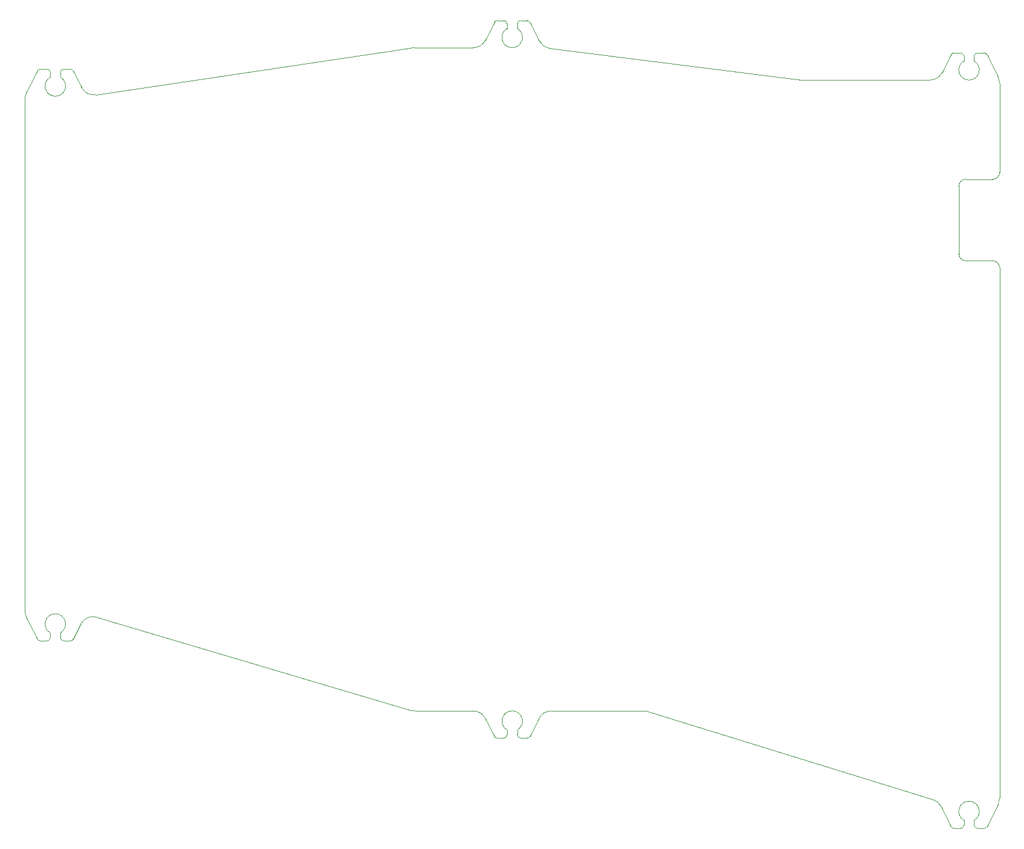
<source format=gbr>
%TF.GenerationSoftware,KiCad,Pcbnew,7.0.10*%
%TF.CreationDate,2024-04-22T22:33:16+02:00*%
%TF.ProjectId,pcb-left,7063622d-6c65-4667-942e-6b696361645f,rev?*%
%TF.SameCoordinates,Original*%
%TF.FileFunction,Profile,NP*%
%FSLAX46Y46*%
G04 Gerber Fmt 4.6, Leading zero omitted, Abs format (unit mm)*
G04 Created by KiCad (PCBNEW 7.0.10) date 2024-04-22 22:33:16*
%MOMM*%
%LPD*%
G01*
G04 APERTURE LIST*
%TA.AperFunction,Profile*%
%ADD10C,0.100000*%
%TD*%
G04 APERTURE END LIST*
D10*
X112161418Y-26452816D02*
G75*
G03*
X113701875Y-27542909I1788782J894316D01*
G01*
X172701803Y-142063607D02*
X171222035Y-139104069D01*
X173149017Y-142340000D02*
X174090000Y-142340000D01*
X41690000Y-113555000D02*
G75*
G03*
X40190000Y-113555000I-750000J1305000D01*
G01*
X176090000Y-28680000D02*
X176090000Y-29375000D01*
X113876068Y-125040000D02*
X127512929Y-125040000D01*
X43130983Y-30560000D02*
X42190000Y-30560000D01*
X43578197Y-114473607D02*
X44689738Y-112250524D01*
X47048167Y-111227769D02*
X93261234Y-124957181D01*
X128103599Y-125129205D02*
G75*
G03*
X127512929Y-125040000I-590599J-1910495D01*
G01*
X178840000Y-58780000D02*
X174840000Y-58780000D01*
X41690000Y-31060000D02*
X41690000Y-31755000D01*
X108890000Y-23910000D02*
X108890000Y-24605000D01*
X38301790Y-114473614D02*
G75*
G03*
X38749017Y-114750000I447210J223614D01*
G01*
X110330983Y-129040000D02*
X109390000Y-129040000D01*
X104192791Y-126145570D02*
G75*
G03*
X102403932Y-125040000I-1788791J-894330D01*
G01*
X41690000Y-114250000D02*
X41690000Y-113555000D01*
X36651159Y-34137716D02*
G75*
G03*
X36440000Y-35032136I1788541J-894384D01*
G01*
X106890000Y-129040000D02*
G75*
G03*
X107390000Y-128540000I0J500000D01*
G01*
X36440000Y-35032136D02*
X36440000Y-110277864D01*
X43130983Y-114749985D02*
G75*
G03*
X43578197Y-114473607I17J499985D01*
G01*
X108890000Y-127845000D02*
G75*
G03*
X107390000Y-127845000I-750000J1305000D01*
G01*
X174090000Y-28180000D02*
X173149017Y-28180000D01*
X179840000Y-45780000D02*
X179840000Y-32652136D01*
X179840016Y-32652136D02*
G75*
G03*
X179628855Y-31757709I-1999716J36D01*
G01*
X177530983Y-28180000D02*
X176590000Y-28180000D01*
X40190000Y-31060000D02*
X40190000Y-31755000D01*
X174840000Y-46780000D02*
G75*
G03*
X173840000Y-47780000I0J-1000000D01*
G01*
X176590000Y-142340000D02*
X177530983Y-142340000D01*
X105949017Y-23410015D02*
G75*
G03*
X105501803Y-23686393I-17J-499985D01*
G01*
X174590000Y-28680000D02*
X174590000Y-29375000D01*
X43130983Y-114750000D02*
X42190000Y-114750000D01*
X169603932Y-32180028D02*
G75*
G03*
X171392786Y-31074427I-32J2000028D01*
G01*
X40190000Y-31060000D02*
G75*
G03*
X39690000Y-30560000I-500000J0D01*
G01*
X150874678Y-32180000D02*
X169603932Y-32180000D01*
X107390000Y-128540000D02*
X107390000Y-127845000D01*
X105501790Y-128763614D02*
G75*
G03*
X105949017Y-129040000I447210J223614D01*
G01*
X177530983Y-142339985D02*
G75*
G03*
X177978197Y-142063607I17J499985D01*
G01*
X39690000Y-30560000D02*
X38749017Y-30560000D01*
X150626288Y-32164516D02*
X113701875Y-27542909D01*
X108890000Y-128540000D02*
G75*
G03*
X109390000Y-129040000I500000J0D01*
G01*
X93443918Y-27431692D02*
X46874196Y-34347030D01*
X179840000Y-137867863D02*
X179840000Y-59780000D01*
X172701803Y-28456393D02*
X171392786Y-31074427D01*
X93737685Y-27410000D02*
X102403932Y-27410000D01*
X107390000Y-23910000D02*
X107390000Y-24605000D01*
X174090000Y-142340000D02*
G75*
G03*
X174590000Y-141840000I0J500000D01*
G01*
X38749017Y-30560015D02*
G75*
G03*
X38301803Y-30836393I-17J-499985D01*
G01*
X107390000Y-23910000D02*
G75*
G03*
X106890000Y-23410000I-500000J0D01*
G01*
X176090000Y-141840000D02*
X176090000Y-141144999D01*
X36440004Y-110277864D02*
G75*
G03*
X36651146Y-111172291I2000296J64D01*
G01*
X38749017Y-114750000D02*
X39690000Y-114750000D01*
X106890000Y-23410000D02*
X105949017Y-23410000D01*
X110330983Y-129039985D02*
G75*
G03*
X110778197Y-128763607I17J499985D01*
G01*
X110778197Y-128763607D02*
X112087214Y-126145573D01*
X105501803Y-128763607D02*
X104192786Y-126145573D01*
X106890000Y-129040000D02*
X105949017Y-129040000D01*
X109390000Y-23410000D02*
G75*
G03*
X108890000Y-23910000I0J-500000D01*
G01*
X93261235Y-124957176D02*
G75*
G03*
X93830808Y-125040000I569665J1917676D01*
G01*
X173840000Y-47780000D02*
X173840000Y-57780000D01*
X171222038Y-139104067D02*
G75*
G03*
X170023848Y-138087709I-1788938J-894533D01*
G01*
X177978197Y-142063607D02*
X179628855Y-138762290D01*
X177978197Y-28456393D02*
X179628855Y-31757709D01*
X174590000Y-141840000D02*
X174590000Y-141144999D01*
X39690000Y-114750000D02*
G75*
G03*
X40190000Y-114250000I0J500000D01*
G01*
X93830808Y-125040000D02*
X102403932Y-125040000D01*
X110778197Y-23686393D02*
X112161410Y-26452820D01*
X43578210Y-30836386D02*
G75*
G03*
X43130983Y-30560000I-447210J-223614D01*
G01*
X107390000Y-24605000D02*
G75*
G03*
X108890000Y-24605000I750000J-1305000D01*
G01*
X47048162Y-111227786D02*
G75*
G03*
X44689739Y-112250524I-569562J-1917214D01*
G01*
X173840000Y-57780000D02*
G75*
G03*
X174840000Y-58780000I1000000J0D01*
G01*
X40190000Y-31755000D02*
G75*
G03*
X41690000Y-31755000I750000J-1305000D01*
G01*
X102403932Y-27409972D02*
G75*
G03*
X104192785Y-26304427I-32J2000072D01*
G01*
X110330983Y-23410000D02*
X109390000Y-23410000D01*
X42190000Y-30560000D02*
G75*
G03*
X41690000Y-31060000I0J-500000D01*
G01*
X93737685Y-27409997D02*
G75*
G03*
X93443918Y-27431693I15J-1999903D01*
G01*
X38301803Y-30836393D02*
X36651145Y-34137709D01*
X44791586Y-33263144D02*
G75*
G03*
X46874196Y-34347030I1788814J894344D01*
G01*
X170023848Y-138087708D02*
X128103597Y-125129212D01*
X174590000Y-29375000D02*
G75*
G03*
X176090000Y-29375000I750000J-1305000D01*
G01*
X179628858Y-138762291D02*
G75*
G03*
X179840000Y-137867863I-1789158J894491D01*
G01*
X173149017Y-28180015D02*
G75*
G03*
X172701803Y-28456393I-17J-499985D01*
G01*
X179840000Y-59780000D02*
G75*
G03*
X178840000Y-58780000I-1000000J0D01*
G01*
X174590000Y-28680000D02*
G75*
G03*
X174090000Y-28180000I-500000J0D01*
G01*
X108890000Y-128540000D02*
X108890000Y-127845000D01*
X172701790Y-142063614D02*
G75*
G03*
X173149017Y-142340000I447210J223614D01*
G01*
X38301803Y-114473607D02*
X36651146Y-111172291D01*
X110778210Y-23686386D02*
G75*
G03*
X110330983Y-23410000I-447210J-223614D01*
G01*
X176090000Y-141144999D02*
G75*
G03*
X174590000Y-141144999I-750000J1305000D01*
G01*
X43578197Y-30836393D02*
X44791575Y-33263149D01*
X177978210Y-28456386D02*
G75*
G03*
X177530983Y-28180000I-447210J-223614D01*
G01*
X40190000Y-114250000D02*
X40190000Y-113555000D01*
X150626289Y-32164511D02*
G75*
G03*
X150874678Y-32180000I248411J1984211D01*
G01*
X176090000Y-141840000D02*
G75*
G03*
X176590000Y-142340000I500000J0D01*
G01*
X41690000Y-114250000D02*
G75*
G03*
X42190000Y-114750000I500000J0D01*
G01*
X174840000Y-46780000D02*
X178840000Y-46780000D01*
X176590000Y-28180000D02*
G75*
G03*
X176090000Y-28680000I0J-500000D01*
G01*
X178840000Y-46780000D02*
G75*
G03*
X179840000Y-45780000I0J1000000D01*
G01*
X105501803Y-23686393D02*
X104192786Y-26304427D01*
X113876068Y-125039972D02*
G75*
G03*
X112087214Y-126145573I32J-2000028D01*
G01*
M02*

</source>
